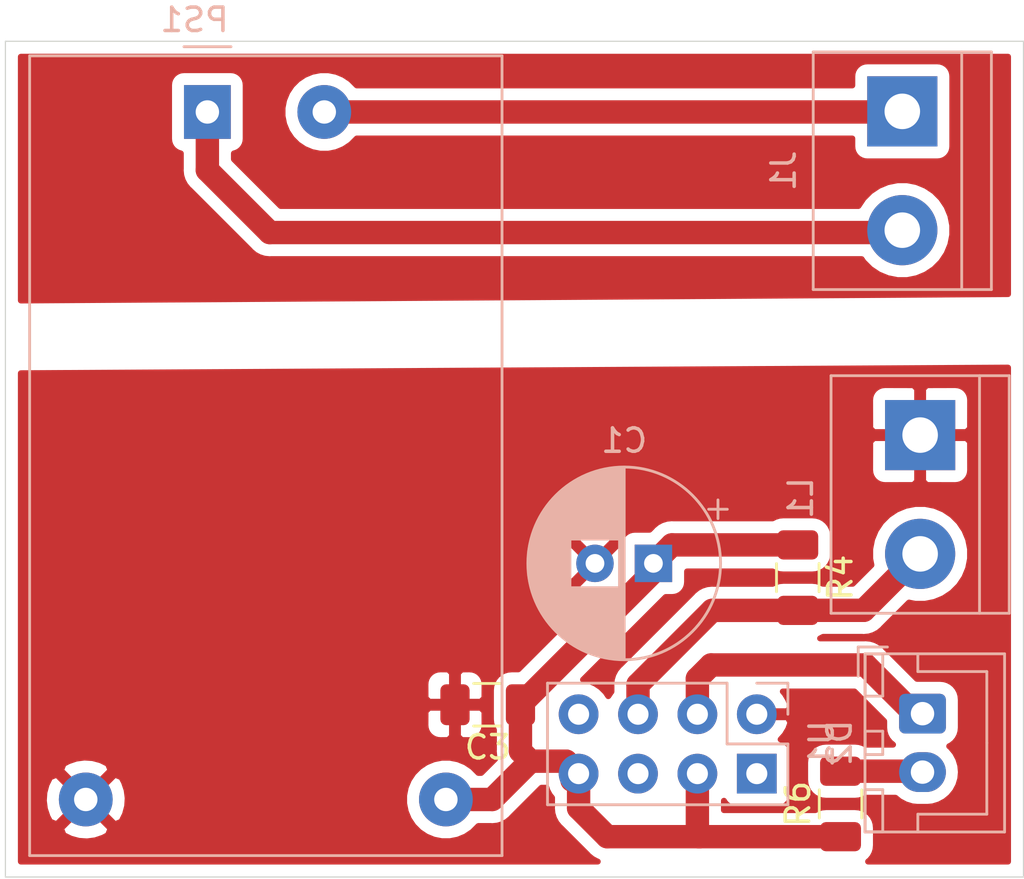
<source format=kicad_pcb>
(kicad_pcb (version 20171130) (host pcbnew "(5.1.6)-1")

  (general
    (thickness 1.6)
    (drawings 5)
    (tracks 41)
    (zones 0)
    (modules 9)
    (nets 11)
  )

  (page A4)
  (layers
    (0 F.Cu signal)
    (31 B.Cu signal)
    (32 B.Adhes user)
    (33 F.Adhes user)
    (34 B.Paste user)
    (35 F.Paste user)
    (36 B.SilkS user)
    (37 F.SilkS user hide)
    (38 B.Mask user)
    (39 F.Mask user)
    (40 Dwgs.User user)
    (41 Cmts.User user)
    (42 Eco1.User user)
    (43 Eco2.User user)
    (44 Edge.Cuts user)
    (45 Margin user)
    (46 B.CrtYd user)
    (47 F.CrtYd user)
    (48 B.Fab user hide)
    (49 F.Fab user hide)
  )

  (setup
    (last_trace_width 1)
    (user_trace_width 1)
    (trace_clearance 0.2)
    (zone_clearance 0.508)
    (zone_45_only no)
    (trace_min 0.2)
    (via_size 0.8)
    (via_drill 0.4)
    (via_min_size 0.4)
    (via_min_drill 0.3)
    (uvia_size 0.3)
    (uvia_drill 0.1)
    (uvias_allowed no)
    (uvia_min_size 0.2)
    (uvia_min_drill 0.1)
    (edge_width 0.05)
    (segment_width 0.2)
    (pcb_text_width 0.3)
    (pcb_text_size 1.5 1.5)
    (mod_edge_width 0.12)
    (mod_text_size 1 1)
    (mod_text_width 0.15)
    (pad_size 1.524 1.524)
    (pad_drill 0.762)
    (pad_to_mask_clearance 0.05)
    (aux_axis_origin 195.0212 69.342)
    (visible_elements 7FFFFFFF)
    (pcbplotparams
      (layerselection 0x01080_7fffffff)
      (usegerberextensions false)
      (usegerberattributes false)
      (usegerberadvancedattributes false)
      (creategerberjobfile true)
      (excludeedgelayer false)
      (linewidth 0.100000)
      (plotframeref false)
      (viasonmask false)
      (mode 1)
      (useauxorigin true)
      (hpglpennumber 1)
      (hpglpenspeed 20)
      (hpglpendiameter 15.000000)
      (psnegative false)
      (psa4output false)
      (plotreference false)
      (plotvalue false)
      (plotinvisibletext false)
      (padsonsilk false)
      (subtractmaskfromsilk true)
      (outputformat 1)
      (mirror false)
      (drillshape 0)
      (scaleselection 1)
      (outputdirectory "./"))
  )

  (net 0 "")
  (net 1 "Net-(U1-Pad8)")
  (net 2 GND)
  (net 3 "Net-(U1-Pad1)")
  (net 4 /TRIGGER)
  (net 5 "Net-(D2-Pad2)")
  (net 6 "Net-(J1-Pad1)")
  (net 7 "Net-(J1-Pad2)")
  (net 8 /NOTIFY)
  (net 9 /PWR_IN)
  (net 10 "Net-(U1-Pad5)")

  (net_class Default "This is the default net class."
    (clearance 0.2)
    (trace_width 0.25)
    (via_dia 0.8)
    (via_drill 0.4)
    (uvia_dia 0.3)
    (uvia_drill 0.1)
    (add_net /NOTIFY)
    (add_net /PWR_IN)
    (add_net /TRIGGER)
    (add_net GND)
    (add_net "Net-(D2-Pad2)")
    (add_net "Net-(J1-Pad1)")
    (add_net "Net-(J1-Pad2)")
    (add_net "Net-(U1-Pad1)")
    (add_net "Net-(U1-Pad5)")
    (add_net "Net-(U1-Pad8)")
  )

  (module Connector_PinSocket_2.54mm:PinSocket_2x04_P2.54mm_Vertical (layer B.Cu) (tedit 6041F8CE) (tstamp 60349E17)
    (at 227.3046 62.1792 90)
    (descr "Through hole straight socket strip, 2x04, 2.54mm pitch, double cols (from Kicad 4.0.7), script generated")
    (tags "Through hole socket strip THT 2x04 2.54mm double row")
    (path /60081E8C)
    (fp_text reference U1 (at -1.27 2.77 90) (layer B.SilkS)
      (effects (font (size 1 1) (thickness 0.15)) (justify mirror))
    )
    (fp_text value ESP-01v090 (at -1.27 -10.39 90) (layer B.Fab)
      (effects (font (size 1 1) (thickness 0.15)) (justify mirror))
    )
    (fp_line (start -4.34 -9.4) (end -4.34 1.8) (layer B.CrtYd) (width 0.05))
    (fp_line (start 1.76 -9.4) (end -4.34 -9.4) (layer B.CrtYd) (width 0.05))
    (fp_line (start 1.76 1.8) (end 1.76 -9.4) (layer B.CrtYd) (width 0.05))
    (fp_line (start -4.34 1.8) (end 1.76 1.8) (layer B.CrtYd) (width 0.05))
    (fp_line (start 0 1.33) (end 1.33 1.33) (layer B.SilkS) (width 0.12))
    (fp_line (start 1.33 1.33) (end 1.33 0) (layer B.SilkS) (width 0.12))
    (fp_line (start -1.27 1.33) (end -1.27 -1.27) (layer B.SilkS) (width 0.12))
    (fp_line (start -1.27 -1.27) (end 1.33 -1.27) (layer B.SilkS) (width 0.12))
    (fp_line (start 1.33 -1.27) (end 1.33 -8.95) (layer B.SilkS) (width 0.12))
    (fp_line (start -3.87 -8.95) (end 1.33 -8.95) (layer B.SilkS) (width 0.12))
    (fp_line (start -3.87 1.33) (end -3.87 -8.95) (layer B.SilkS) (width 0.12))
    (fp_line (start -3.87 1.33) (end -1.27 1.33) (layer B.SilkS) (width 0.12))
    (fp_line (start -3.81 -8.89) (end -3.81 1.27) (layer B.Fab) (width 0.1))
    (fp_line (start 1.27 -8.89) (end -3.81 -8.89) (layer B.Fab) (width 0.1))
    (fp_line (start 1.27 0.27) (end 1.27 -8.89) (layer B.Fab) (width 0.1))
    (fp_line (start 0.27 1.27) (end 1.27 0.27) (layer B.Fab) (width 0.1))
    (fp_line (start -3.81 1.27) (end 0.27 1.27) (layer B.Fab) (width 0.1))
    (fp_text user %R (at -1.27 -3.81) (layer B.Fab)
      (effects (font (size 1 1) (thickness 0.15)) (justify mirror))
    )
    (pad 8 thru_hole oval (at 0 -7.62 90) (size 1.7 1.7) (drill 0.9) (layers *.Cu *.Mask)
      (net 1 "Net-(U1-Pad8)"))
    (pad 7 thru_hole oval (at -2.54 -7.62 90) (size 1.7 1.7) (drill 0.9) (layers *.Cu *.Mask)
      (net 9 /PWR_IN))
    (pad 6 thru_hole oval (at 0 -5.08 90) (size 1.7 1.7) (drill 0.9) (layers *.Cu *.Mask)
      (net 4 /TRIGGER))
    (pad 5 thru_hole oval (at -2.54 -5.08 90) (size 1.7 1.7) (drill 0.9) (layers *.Cu *.Mask)
      (net 10 "Net-(U1-Pad5)"))
    (pad 4 thru_hole oval (at 0 -2.54 90) (size 1.7 1.7) (drill 0.9) (layers *.Cu *.Mask)
      (net 8 /NOTIFY))
    (pad 3 thru_hole oval (at -2.54 -2.54 90) (size 1.7 1.7) (drill 0.9) (layers *.Cu *.Mask)
      (net 9 /PWR_IN))
    (pad 2 thru_hole oval (at 0 0 90) (size 1.7 1.7) (drill 0.9) (layers *.Cu *.Mask)
      (net 2 GND))
    (pad 1 thru_hole rect (at -2.54 0 90) (size 1.7 1.7) (drill 0.9) (layers *.Cu *.Mask)
      (net 3 "Net-(U1-Pad1)"))
    (model ${KISYS3DMOD}/Connector_PinSocket_2.54mm.3dshapes/PinSocket_2x04_P2.54mm_Vertical.wrl
      (at (xyz 0 0 0))
      (scale (xyz 1 1 1))
      (rotate (xyz 0 0 0))
    )
  )

  (module TerminalBlock:TerminalBlock_bornier-2_P5.08mm (layer B.Cu) (tedit 59FF03AB) (tstamp 60349DA9)
    (at 233.5276 36.3982 270)
    (descr "simple 2-pin terminal block, pitch 5.08mm, revamped version of bornier2")
    (tags "terminal block bornier2")
    (path /6008A88C)
    (fp_text reference J1 (at 2.54 5.08 90) (layer B.SilkS)
      (effects (font (size 1 1) (thickness 0.15)) (justify mirror))
    )
    (fp_text value "AC IN" (at 2.54 -5.08 90) (layer B.Fab)
      (effects (font (size 1 1) (thickness 0.15)) (justify mirror))
    )
    (fp_line (start 7.79 -4) (end -2.71 -4) (layer B.CrtYd) (width 0.05))
    (fp_line (start 7.79 -4) (end 7.79 4) (layer B.CrtYd) (width 0.05))
    (fp_line (start -2.71 4) (end -2.71 -4) (layer B.CrtYd) (width 0.05))
    (fp_line (start -2.71 4) (end 7.79 4) (layer B.CrtYd) (width 0.05))
    (fp_line (start -2.54 -3.81) (end 7.62 -3.81) (layer B.SilkS) (width 0.12))
    (fp_line (start -2.54 3.81) (end -2.54 -3.81) (layer B.SilkS) (width 0.12))
    (fp_line (start 7.62 3.81) (end -2.54 3.81) (layer B.SilkS) (width 0.12))
    (fp_line (start 7.62 -3.81) (end 7.62 3.81) (layer B.SilkS) (width 0.12))
    (fp_line (start 7.62 -2.54) (end -2.54 -2.54) (layer B.SilkS) (width 0.12))
    (fp_line (start 7.54 3.75) (end -2.46 3.75) (layer B.Fab) (width 0.1))
    (fp_line (start 7.54 -3.75) (end 7.54 3.75) (layer B.Fab) (width 0.1))
    (fp_line (start -2.46 -3.75) (end 7.54 -3.75) (layer B.Fab) (width 0.1))
    (fp_line (start -2.46 3.75) (end -2.46 -3.75) (layer B.Fab) (width 0.1))
    (fp_line (start -2.41 -2.55) (end 7.49 -2.55) (layer B.Fab) (width 0.1))
    (fp_text user %R (at 2.54 0 90) (layer B.Fab)
      (effects (font (size 1 1) (thickness 0.15)) (justify mirror))
    )
    (pad 2 thru_hole circle (at 5.08 0 270) (size 3 3) (drill 1.52) (layers *.Cu *.Mask)
      (net 7 "Net-(J1-Pad2)"))
    (pad 1 thru_hole rect (at 0 0 270) (size 3 3) (drill 1.52) (layers *.Cu *.Mask)
      (net 6 "Net-(J1-Pad1)"))
    (model ${KISYS3DMOD}/TerminalBlock.3dshapes/TerminalBlock_bornier-2_P5.08mm.wrl
      (offset (xyz 2.539999961853027 0 0))
      (scale (xyz 1 1 1))
      (rotate (xyz 0 0 0))
    )
  )

  (module Resistor_SMD:R_1206_3216Metric (layer F.Cu) (tedit 5B301BBD) (tstamp 60349DF9)
    (at 230.886 66.0146 90)
    (descr "Resistor SMD 1206 (3216 Metric), square (rectangular) end terminal, IPC_7351 nominal, (Body size source: http://www.tortai-tech.com/upload/download/2011102023233369053.pdf), generated with kicad-footprint-generator")
    (tags resistor)
    (path /6015BBD3)
    (attr smd)
    (fp_text reference R6 (at 0 -1.82 90) (layer F.SilkS)
      (effects (font (size 1 1) (thickness 0.15)))
    )
    (fp_text value 220 (at 0 1.82 90) (layer F.Fab)
      (effects (font (size 1 1) (thickness 0.15)))
    )
    (fp_line (start 2.28 1.12) (end -2.28 1.12) (layer F.CrtYd) (width 0.05))
    (fp_line (start 2.28 -1.12) (end 2.28 1.12) (layer F.CrtYd) (width 0.05))
    (fp_line (start -2.28 -1.12) (end 2.28 -1.12) (layer F.CrtYd) (width 0.05))
    (fp_line (start -2.28 1.12) (end -2.28 -1.12) (layer F.CrtYd) (width 0.05))
    (fp_line (start -0.602064 0.91) (end 0.602064 0.91) (layer F.SilkS) (width 0.12))
    (fp_line (start -0.602064 -0.91) (end 0.602064 -0.91) (layer F.SilkS) (width 0.12))
    (fp_line (start 1.6 0.8) (end -1.6 0.8) (layer F.Fab) (width 0.1))
    (fp_line (start 1.6 -0.8) (end 1.6 0.8) (layer F.Fab) (width 0.1))
    (fp_line (start -1.6 -0.8) (end 1.6 -0.8) (layer F.Fab) (width 0.1))
    (fp_line (start -1.6 0.8) (end -1.6 -0.8) (layer F.Fab) (width 0.1))
    (fp_text user %R (at 0 0 90) (layer F.Fab)
      (effects (font (size 0.8 0.8) (thickness 0.12)))
    )
    (pad 2 smd roundrect (at 1.4 0 90) (size 1.25 1.75) (layers F.Cu F.Paste F.Mask) (roundrect_rratio 0.2)
      (net 5 "Net-(D2-Pad2)"))
    (pad 1 smd roundrect (at -1.4 0 90) (size 1.25 1.75) (layers F.Cu F.Paste F.Mask) (roundrect_rratio 0.2)
      (net 9 /PWR_IN))
    (model ${KISYS3DMOD}/Resistor_SMD.3dshapes/R_1206_3216Metric.wrl
      (at (xyz 0 0 0))
      (scale (xyz 1 1 1))
      (rotate (xyz 0 0 0))
    )
  )

  (module Resistor_SMD:R_1206_3216Metric (layer F.Cu) (tedit 5B301BBD) (tstamp 60349DE8)
    (at 229.0572 56.3372 270)
    (descr "Resistor SMD 1206 (3216 Metric), square (rectangular) end terminal, IPC_7351 nominal, (Body size source: http://www.tortai-tech.com/upload/download/2011102023233369053.pdf), generated with kicad-footprint-generator")
    (tags resistor)
    (path /60085D21)
    (attr smd)
    (fp_text reference R4 (at 0 -1.82 90) (layer F.SilkS)
      (effects (font (size 1 1) (thickness 0.15)))
    )
    (fp_text value 1k (at 0 1.82 90) (layer F.Fab)
      (effects (font (size 1 1) (thickness 0.15)))
    )
    (fp_line (start 2.28 1.12) (end -2.28 1.12) (layer F.CrtYd) (width 0.05))
    (fp_line (start 2.28 -1.12) (end 2.28 1.12) (layer F.CrtYd) (width 0.05))
    (fp_line (start -2.28 -1.12) (end 2.28 -1.12) (layer F.CrtYd) (width 0.05))
    (fp_line (start -2.28 1.12) (end -2.28 -1.12) (layer F.CrtYd) (width 0.05))
    (fp_line (start -0.602064 0.91) (end 0.602064 0.91) (layer F.SilkS) (width 0.12))
    (fp_line (start -0.602064 -0.91) (end 0.602064 -0.91) (layer F.SilkS) (width 0.12))
    (fp_line (start 1.6 0.8) (end -1.6 0.8) (layer F.Fab) (width 0.1))
    (fp_line (start 1.6 -0.8) (end 1.6 0.8) (layer F.Fab) (width 0.1))
    (fp_line (start -1.6 -0.8) (end 1.6 -0.8) (layer F.Fab) (width 0.1))
    (fp_line (start -1.6 0.8) (end -1.6 -0.8) (layer F.Fab) (width 0.1))
    (fp_text user %R (at 0 0 90) (layer F.Fab)
      (effects (font (size 0.8 0.8) (thickness 0.12)))
    )
    (pad 2 smd roundrect (at 1.4 0 270) (size 1.25 1.75) (layers F.Cu F.Paste F.Mask) (roundrect_rratio 0.2)
      (net 4 /TRIGGER))
    (pad 1 smd roundrect (at -1.4 0 270) (size 1.25 1.75) (layers F.Cu F.Paste F.Mask) (roundrect_rratio 0.2)
      (net 9 /PWR_IN))
    (model ${KISYS3DMOD}/Resistor_SMD.3dshapes/R_1206_3216Metric.wrl
      (at (xyz 0 0 0))
      (scale (xyz 1 1 1))
      (rotate (xyz 0 0 0))
    )
  )

  (module Converter_ACDC:Converter_ACDC_HiLink_HLK-PMxx (layer B.Cu) (tedit 5C1AC1CD) (tstamp 60349DD7)
    (at 203.8096 36.4236 270)
    (descr "ACDC-Converter, 3W, HiLink, HLK-PMxx, THT, http://www.hlktech.net/product_detail.php?ProId=54")
    (tags "ACDC-Converter 3W THT HiLink board mount module")
    (path /60349D41)
    (fp_text reference PS1 (at -3.94 0.55 180) (layer B.SilkS)
      (effects (font (size 1 1) (thickness 0.15)) (justify mirror))
    )
    (fp_text value HLK-PM01 (at 15.79 -13.85 90) (layer B.Fab)
      (effects (font (size 1 1) (thickness 0.15)) (justify mirror))
    )
    (fp_line (start -2.79 1) (end -2.79 -1.01) (layer B.SilkS) (width 0.12))
    (fp_line (start 31.8 7.6) (end -2.4 7.6) (layer B.SilkS) (width 0.12))
    (fp_line (start 31.8 -12.6) (end 31.8 7.6) (layer B.SilkS) (width 0.12))
    (fp_line (start -2.4 -12.6) (end 31.8 -12.6) (layer B.SilkS) (width 0.12))
    (fp_line (start -2.4 7.6) (end -2.4 -12.6) (layer B.SilkS) (width 0.12))
    (fp_line (start -2.55 7.75) (end -2.55 -12.75) (layer B.CrtYd) (width 0.05))
    (fp_line (start 31.95 7.75) (end -2.55 7.75) (layer B.CrtYd) (width 0.05))
    (fp_line (start 31.95 -12.75) (end 31.95 7.75) (layer B.CrtYd) (width 0.05))
    (fp_line (start -2.55 -12.75) (end 31.95 -12.75) (layer B.CrtYd) (width 0.05))
    (fp_line (start -2.3 1) (end -2.3 7.5) (layer B.Fab) (width 0.1))
    (fp_line (start -2.29 1) (end -1.29 0) (layer B.Fab) (width 0.1))
    (fp_line (start -1.29 0) (end -2.29 -1) (layer B.Fab) (width 0.1))
    (fp_line (start -2.3 7.5) (end 31.7 7.5) (layer B.Fab) (width 0.1))
    (fp_line (start -2.3 -12.5) (end -2.3 -0.99) (layer B.Fab) (width 0.1))
    (fp_line (start 31.7 -12.5) (end 31.7 7.5) (layer B.Fab) (width 0.1))
    (fp_line (start -2.3 -12.5) (end 31.7 -12.5) (layer B.Fab) (width 0.1))
    (fp_text user %R (at 14.68 -1.17 90) (layer B.Fab)
      (effects (font (size 1 1) (thickness 0.15)) (justify mirror))
    )
    (pad 4 thru_hole circle (at 29.4 -10.2 270) (size 2.3 2.3) (drill 1) (layers *.Cu *.Mask)
      (net 9 /PWR_IN))
    (pad 2 thru_hole circle (at 0 -5 270) (size 2.3 2.3) (drill 1) (layers *.Cu *.Mask)
      (net 6 "Net-(J1-Pad1)"))
    (pad 1 thru_hole rect (at 0 0 270) (size 2.3 2) (drill 1) (layers *.Cu *.Mask)
      (net 7 "Net-(J1-Pad2)"))
    (pad 3 thru_hole circle (at 29.4 5.2 270) (size 2.3 2.3) (drill 1) (layers *.Cu *.Mask)
      (net 2 GND))
    (model ${KISYS3DMOD}/Converter_ACDC.3dshapes/Converter_ACDC_HiLink_HLK-PMxx.wrl
      (at (xyz 0 0 0))
      (scale (xyz 1 1 1))
      (rotate (xyz 0 0 0))
    )
  )

  (module TerminalBlock:TerminalBlock_bornier-2_P5.08mm (layer B.Cu) (tedit 59FF03AB) (tstamp 60349DBE)
    (at 234.2896 50.2412 270)
    (descr "simple 2-pin terminal block, pitch 5.08mm, revamped version of bornier2")
    (tags "terminal block bornier2")
    (path /6008E751)
    (fp_text reference L1 (at 2.6924 5.1054 90) (layer B.SilkS)
      (effects (font (size 1 1) (thickness 0.15)) (justify mirror))
    )
    (fp_text value SwitchSignal (at 2.54 -5.08 90) (layer B.Fab)
      (effects (font (size 1 1) (thickness 0.15)) (justify mirror))
    )
    (fp_line (start 7.79 -4) (end -2.71 -4) (layer B.CrtYd) (width 0.05))
    (fp_line (start 7.79 -4) (end 7.79 4) (layer B.CrtYd) (width 0.05))
    (fp_line (start -2.71 4) (end -2.71 -4) (layer B.CrtYd) (width 0.05))
    (fp_line (start -2.71 4) (end 7.79 4) (layer B.CrtYd) (width 0.05))
    (fp_line (start -2.54 -3.81) (end 7.62 -3.81) (layer B.SilkS) (width 0.12))
    (fp_line (start -2.54 3.81) (end -2.54 -3.81) (layer B.SilkS) (width 0.12))
    (fp_line (start 7.62 3.81) (end -2.54 3.81) (layer B.SilkS) (width 0.12))
    (fp_line (start 7.62 -3.81) (end 7.62 3.81) (layer B.SilkS) (width 0.12))
    (fp_line (start 7.62 -2.54) (end -2.54 -2.54) (layer B.SilkS) (width 0.12))
    (fp_line (start 7.54 3.75) (end -2.46 3.75) (layer B.Fab) (width 0.1))
    (fp_line (start 7.54 -3.75) (end 7.54 3.75) (layer B.Fab) (width 0.1))
    (fp_line (start -2.46 -3.75) (end 7.54 -3.75) (layer B.Fab) (width 0.1))
    (fp_line (start -2.46 3.75) (end -2.46 -3.75) (layer B.Fab) (width 0.1))
    (fp_line (start -2.41 -2.55) (end 7.49 -2.55) (layer B.Fab) (width 0.1))
    (fp_text user %R (at 2.54 0 90) (layer B.Fab)
      (effects (font (size 1 1) (thickness 0.15)) (justify mirror))
    )
    (pad 2 thru_hole circle (at 5.08 0 270) (size 3 3) (drill 1.52) (layers *.Cu *.Mask)
      (net 4 /TRIGGER))
    (pad 1 thru_hole rect (at 0 0 270) (size 3 3) (drill 1.52) (layers *.Cu *.Mask)
      (net 2 GND))
    (model ${KISYS3DMOD}/TerminalBlock.3dshapes/TerminalBlock_bornier-2_P5.08mm.wrl
      (offset (xyz 2.539999961853027 0 0))
      (scale (xyz 1 1 1))
      (rotate (xyz 0 0 0))
    )
  )

  (module Connector_JST:JST_XH_B2B-XH-A_1x02_P2.50mm_Vertical (layer B.Cu) (tedit 5C28146C) (tstamp 60349D80)
    (at 234.3912 62.1538 270)
    (descr "JST XH series connector, B2B-XH-A (http://www.jst-mfg.com/product/pdf/eng/eXH.pdf), generated with kicad-footprint-generator")
    (tags "connector JST XH vertical")
    (path /601597AC)
    (fp_text reference D2 (at 1.25 3.55 90) (layer B.SilkS)
      (effects (font (size 1 1) (thickness 0.15)) (justify mirror))
    )
    (fp_text value LED (at 1.25 -4.6 90) (layer B.Fab)
      (effects (font (size 1 1) (thickness 0.15)) (justify mirror))
    )
    (fp_line (start -2.85 2.75) (end -2.85 1.5) (layer B.SilkS) (width 0.12))
    (fp_line (start -1.6 2.75) (end -2.85 2.75) (layer B.SilkS) (width 0.12))
    (fp_line (start 4.3 -2.75) (end 1.25 -2.75) (layer B.SilkS) (width 0.12))
    (fp_line (start 4.3 0.2) (end 4.3 -2.75) (layer B.SilkS) (width 0.12))
    (fp_line (start 5.05 0.2) (end 4.3 0.2) (layer B.SilkS) (width 0.12))
    (fp_line (start -1.8 -2.75) (end 1.25 -2.75) (layer B.SilkS) (width 0.12))
    (fp_line (start -1.8 0.2) (end -1.8 -2.75) (layer B.SilkS) (width 0.12))
    (fp_line (start -2.55 0.2) (end -1.8 0.2) (layer B.SilkS) (width 0.12))
    (fp_line (start 5.05 2.45) (end 3.25 2.45) (layer B.SilkS) (width 0.12))
    (fp_line (start 5.05 1.7) (end 5.05 2.45) (layer B.SilkS) (width 0.12))
    (fp_line (start 3.25 1.7) (end 5.05 1.7) (layer B.SilkS) (width 0.12))
    (fp_line (start 3.25 2.45) (end 3.25 1.7) (layer B.SilkS) (width 0.12))
    (fp_line (start -0.75 2.45) (end -2.55 2.45) (layer B.SilkS) (width 0.12))
    (fp_line (start -0.75 1.7) (end -0.75 2.45) (layer B.SilkS) (width 0.12))
    (fp_line (start -2.55 1.7) (end -0.75 1.7) (layer B.SilkS) (width 0.12))
    (fp_line (start -2.55 2.45) (end -2.55 1.7) (layer B.SilkS) (width 0.12))
    (fp_line (start 1.75 2.45) (end 0.75 2.45) (layer B.SilkS) (width 0.12))
    (fp_line (start 1.75 1.7) (end 1.75 2.45) (layer B.SilkS) (width 0.12))
    (fp_line (start 0.75 1.7) (end 1.75 1.7) (layer B.SilkS) (width 0.12))
    (fp_line (start 0.75 2.45) (end 0.75 1.7) (layer B.SilkS) (width 0.12))
    (fp_line (start 0 1.35) (end 0.625 2.35) (layer B.Fab) (width 0.1))
    (fp_line (start -0.625 2.35) (end 0 1.35) (layer B.Fab) (width 0.1))
    (fp_line (start 5.45 2.85) (end -2.95 2.85) (layer B.CrtYd) (width 0.05))
    (fp_line (start 5.45 -3.9) (end 5.45 2.85) (layer B.CrtYd) (width 0.05))
    (fp_line (start -2.95 -3.9) (end 5.45 -3.9) (layer B.CrtYd) (width 0.05))
    (fp_line (start -2.95 2.85) (end -2.95 -3.9) (layer B.CrtYd) (width 0.05))
    (fp_line (start 5.06 2.46) (end -2.56 2.46) (layer B.SilkS) (width 0.12))
    (fp_line (start 5.06 -3.51) (end 5.06 2.46) (layer B.SilkS) (width 0.12))
    (fp_line (start -2.56 -3.51) (end 5.06 -3.51) (layer B.SilkS) (width 0.12))
    (fp_line (start -2.56 2.46) (end -2.56 -3.51) (layer B.SilkS) (width 0.12))
    (fp_line (start 4.95 2.35) (end -2.45 2.35) (layer B.Fab) (width 0.1))
    (fp_line (start 4.95 -3.4) (end 4.95 2.35) (layer B.Fab) (width 0.1))
    (fp_line (start -2.45 -3.4) (end 4.95 -3.4) (layer B.Fab) (width 0.1))
    (fp_line (start -2.45 2.35) (end -2.45 -3.4) (layer B.Fab) (width 0.1))
    (fp_text user %R (at 1.25 -2.7 90) (layer B.Fab)
      (effects (font (size 1 1) (thickness 0.15)) (justify mirror))
    )
    (pad 2 thru_hole oval (at 2.5 0 270) (size 1.7 2) (drill 1) (layers *.Cu *.Mask)
      (net 5 "Net-(D2-Pad2)"))
    (pad 1 thru_hole roundrect (at 0 0 270) (size 1.7 2) (drill 1) (layers *.Cu *.Mask) (roundrect_rratio 0.147059)
      (net 8 /NOTIFY))
    (model ${KISYS3DMOD}/Connector_JST.3dshapes/JST_XH_B2B-XH-A_1x02_P2.50mm_Vertical.wrl
      (at (xyz 0 0 0))
      (scale (xyz 1 1 1))
      (rotate (xyz 0 0 0))
    )
  )

  (module Capacitor_SMD:C_1206_3216Metric (layer F.Cu) (tedit 5B301BBE) (tstamp 60349D57)
    (at 215.7984 61.7728 180)
    (descr "Capacitor SMD 1206 (3216 Metric), square (rectangular) end terminal, IPC_7351 nominal, (Body size source: http://www.tortai-tech.com/upload/download/2011102023233369053.pdf), generated with kicad-footprint-generator")
    (tags capacitor)
    (path /603902B0)
    (attr smd)
    (fp_text reference C3 (at 0 -1.82) (layer F.SilkS)
      (effects (font (size 1 1) (thickness 0.15)))
    )
    (fp_text value 100nf (at 0 1.82) (layer F.Fab)
      (effects (font (size 1 1) (thickness 0.15)))
    )
    (fp_line (start 2.28 1.12) (end -2.28 1.12) (layer F.CrtYd) (width 0.05))
    (fp_line (start 2.28 -1.12) (end 2.28 1.12) (layer F.CrtYd) (width 0.05))
    (fp_line (start -2.28 -1.12) (end 2.28 -1.12) (layer F.CrtYd) (width 0.05))
    (fp_line (start -2.28 1.12) (end -2.28 -1.12) (layer F.CrtYd) (width 0.05))
    (fp_line (start -0.602064 0.91) (end 0.602064 0.91) (layer F.SilkS) (width 0.12))
    (fp_line (start -0.602064 -0.91) (end 0.602064 -0.91) (layer F.SilkS) (width 0.12))
    (fp_line (start 1.6 0.8) (end -1.6 0.8) (layer F.Fab) (width 0.1))
    (fp_line (start 1.6 -0.8) (end 1.6 0.8) (layer F.Fab) (width 0.1))
    (fp_line (start -1.6 -0.8) (end 1.6 -0.8) (layer F.Fab) (width 0.1))
    (fp_line (start -1.6 0.8) (end -1.6 -0.8) (layer F.Fab) (width 0.1))
    (fp_text user %R (at 0 0) (layer F.Fab)
      (effects (font (size 0.8 0.8) (thickness 0.12)))
    )
    (pad 2 smd roundrect (at 1.4 0 180) (size 1.25 1.75) (layers F.Cu F.Paste F.Mask) (roundrect_rratio 0.2)
      (net 2 GND))
    (pad 1 smd roundrect (at -1.4 0 180) (size 1.25 1.75) (layers F.Cu F.Paste F.Mask) (roundrect_rratio 0.2)
      (net 9 /PWR_IN))
    (model ${KISYS3DMOD}/Capacitor_SMD.3dshapes/C_1206_3216Metric.wrl
      (at (xyz 0 0 0))
      (scale (xyz 1 1 1))
      (rotate (xyz 0 0 0))
    )
  )

  (module Capacitor_THT:CP_Radial_D8.0mm_P2.50mm (layer B.Cu) (tedit 5AE50EF0) (tstamp 60349D35)
    (at 222.885 55.7276 180)
    (descr "CP, Radial series, Radial, pin pitch=2.50mm, , diameter=8mm, Electrolytic Capacitor")
    (tags "CP Radial series Radial pin pitch 2.50mm  diameter 8mm Electrolytic Capacitor")
    (path /600D58AD)
    (fp_text reference C1 (at 1.25 5.25 180) (layer B.SilkS)
      (effects (font (size 1 1) (thickness 0.15)) (justify mirror))
    )
    (fp_text value 100uf (at 1.25 -5.25 180) (layer B.Fab)
      (effects (font (size 1 1) (thickness 0.15)) (justify mirror))
    )
    (fp_text user %R (at 1.25 0 180) (layer B.Fab)
      (effects (font (size 1 1) (thickness 0.15)) (justify mirror))
    )
    (fp_line (start -2.759698 2.715) (end -2.759698 1.915) (layer B.SilkS) (width 0.12))
    (fp_line (start -3.159698 2.315) (end -2.359698 2.315) (layer B.SilkS) (width 0.12))
    (fp_line (start 5.331 0.533) (end 5.331 -0.533) (layer B.SilkS) (width 0.12))
    (fp_line (start 5.291 0.768) (end 5.291 -0.768) (layer B.SilkS) (width 0.12))
    (fp_line (start 5.251 0.948) (end 5.251 -0.948) (layer B.SilkS) (width 0.12))
    (fp_line (start 5.211 1.098) (end 5.211 -1.098) (layer B.SilkS) (width 0.12))
    (fp_line (start 5.171 1.229) (end 5.171 -1.229) (layer B.SilkS) (width 0.12))
    (fp_line (start 5.131 1.346) (end 5.131 -1.346) (layer B.SilkS) (width 0.12))
    (fp_line (start 5.091 1.453) (end 5.091 -1.453) (layer B.SilkS) (width 0.12))
    (fp_line (start 5.051 1.552) (end 5.051 -1.552) (layer B.SilkS) (width 0.12))
    (fp_line (start 5.011 1.645) (end 5.011 -1.645) (layer B.SilkS) (width 0.12))
    (fp_line (start 4.971 1.731) (end 4.971 -1.731) (layer B.SilkS) (width 0.12))
    (fp_line (start 4.931 1.813) (end 4.931 -1.813) (layer B.SilkS) (width 0.12))
    (fp_line (start 4.891 1.89) (end 4.891 -1.89) (layer B.SilkS) (width 0.12))
    (fp_line (start 4.851 1.964) (end 4.851 -1.964) (layer B.SilkS) (width 0.12))
    (fp_line (start 4.811 2.034) (end 4.811 -2.034) (layer B.SilkS) (width 0.12))
    (fp_line (start 4.771 2.102) (end 4.771 -2.102) (layer B.SilkS) (width 0.12))
    (fp_line (start 4.731 2.166) (end 4.731 -2.166) (layer B.SilkS) (width 0.12))
    (fp_line (start 4.691 2.228) (end 4.691 -2.228) (layer B.SilkS) (width 0.12))
    (fp_line (start 4.651 2.287) (end 4.651 -2.287) (layer B.SilkS) (width 0.12))
    (fp_line (start 4.611 2.345) (end 4.611 -2.345) (layer B.SilkS) (width 0.12))
    (fp_line (start 4.571 2.4) (end 4.571 -2.4) (layer B.SilkS) (width 0.12))
    (fp_line (start 4.531 2.454) (end 4.531 -2.454) (layer B.SilkS) (width 0.12))
    (fp_line (start 4.491 2.505) (end 4.491 -2.505) (layer B.SilkS) (width 0.12))
    (fp_line (start 4.451 2.556) (end 4.451 -2.556) (layer B.SilkS) (width 0.12))
    (fp_line (start 4.411 2.604) (end 4.411 -2.604) (layer B.SilkS) (width 0.12))
    (fp_line (start 4.371 2.651) (end 4.371 -2.651) (layer B.SilkS) (width 0.12))
    (fp_line (start 4.331 2.697) (end 4.331 -2.697) (layer B.SilkS) (width 0.12))
    (fp_line (start 4.291 2.741) (end 4.291 -2.741) (layer B.SilkS) (width 0.12))
    (fp_line (start 4.251 2.784) (end 4.251 -2.784) (layer B.SilkS) (width 0.12))
    (fp_line (start 4.211 2.826) (end 4.211 -2.826) (layer B.SilkS) (width 0.12))
    (fp_line (start 4.171 2.867) (end 4.171 -2.867) (layer B.SilkS) (width 0.12))
    (fp_line (start 4.131 2.907) (end 4.131 -2.907) (layer B.SilkS) (width 0.12))
    (fp_line (start 4.091 2.945) (end 4.091 -2.945) (layer B.SilkS) (width 0.12))
    (fp_line (start 4.051 2.983) (end 4.051 -2.983) (layer B.SilkS) (width 0.12))
    (fp_line (start 4.011 3.019) (end 4.011 -3.019) (layer B.SilkS) (width 0.12))
    (fp_line (start 3.971 3.055) (end 3.971 -3.055) (layer B.SilkS) (width 0.12))
    (fp_line (start 3.931 3.09) (end 3.931 -3.09) (layer B.SilkS) (width 0.12))
    (fp_line (start 3.891 3.124) (end 3.891 -3.124) (layer B.SilkS) (width 0.12))
    (fp_line (start 3.851 3.156) (end 3.851 -3.156) (layer B.SilkS) (width 0.12))
    (fp_line (start 3.811 3.189) (end 3.811 -3.189) (layer B.SilkS) (width 0.12))
    (fp_line (start 3.771 3.22) (end 3.771 -3.22) (layer B.SilkS) (width 0.12))
    (fp_line (start 3.731 3.25) (end 3.731 -3.25) (layer B.SilkS) (width 0.12))
    (fp_line (start 3.691 3.28) (end 3.691 -3.28) (layer B.SilkS) (width 0.12))
    (fp_line (start 3.651 3.309) (end 3.651 -3.309) (layer B.SilkS) (width 0.12))
    (fp_line (start 3.611 3.338) (end 3.611 -3.338) (layer B.SilkS) (width 0.12))
    (fp_line (start 3.571 3.365) (end 3.571 -3.365) (layer B.SilkS) (width 0.12))
    (fp_line (start 3.531 -1.04) (end 3.531 -3.392) (layer B.SilkS) (width 0.12))
    (fp_line (start 3.531 3.392) (end 3.531 1.04) (layer B.SilkS) (width 0.12))
    (fp_line (start 3.491 -1.04) (end 3.491 -3.418) (layer B.SilkS) (width 0.12))
    (fp_line (start 3.491 3.418) (end 3.491 1.04) (layer B.SilkS) (width 0.12))
    (fp_line (start 3.451 -1.04) (end 3.451 -3.444) (layer B.SilkS) (width 0.12))
    (fp_line (start 3.451 3.444) (end 3.451 1.04) (layer B.SilkS) (width 0.12))
    (fp_line (start 3.411 -1.04) (end 3.411 -3.469) (layer B.SilkS) (width 0.12))
    (fp_line (start 3.411 3.469) (end 3.411 1.04) (layer B.SilkS) (width 0.12))
    (fp_line (start 3.371 -1.04) (end 3.371 -3.493) (layer B.SilkS) (width 0.12))
    (fp_line (start 3.371 3.493) (end 3.371 1.04) (layer B.SilkS) (width 0.12))
    (fp_line (start 3.331 -1.04) (end 3.331 -3.517) (layer B.SilkS) (width 0.12))
    (fp_line (start 3.331 3.517) (end 3.331 1.04) (layer B.SilkS) (width 0.12))
    (fp_line (start 3.291 -1.04) (end 3.291 -3.54) (layer B.SilkS) (width 0.12))
    (fp_line (start 3.291 3.54) (end 3.291 1.04) (layer B.SilkS) (width 0.12))
    (fp_line (start 3.251 -1.04) (end 3.251 -3.562) (layer B.SilkS) (width 0.12))
    (fp_line (start 3.251 3.562) (end 3.251 1.04) (layer B.SilkS) (width 0.12))
    (fp_line (start 3.211 -1.04) (end 3.211 -3.584) (layer B.SilkS) (width 0.12))
    (fp_line (start 3.211 3.584) (end 3.211 1.04) (layer B.SilkS) (width 0.12))
    (fp_line (start 3.171 -1.04) (end 3.171 -3.606) (layer B.SilkS) (width 0.12))
    (fp_line (start 3.171 3.606) (end 3.171 1.04) (layer B.SilkS) (width 0.12))
    (fp_line (start 3.131 -1.04) (end 3.131 -3.627) (layer B.SilkS) (width 0.12))
    (fp_line (start 3.131 3.627) (end 3.131 1.04) (layer B.SilkS) (width 0.12))
    (fp_line (start 3.091 -1.04) (end 3.091 -3.647) (layer B.SilkS) (width 0.12))
    (fp_line (start 3.091 3.647) (end 3.091 1.04) (layer B.SilkS) (width 0.12))
    (fp_line (start 3.051 -1.04) (end 3.051 -3.666) (layer B.SilkS) (width 0.12))
    (fp_line (start 3.051 3.666) (end 3.051 1.04) (layer B.SilkS) (width 0.12))
    (fp_line (start 3.011 -1.04) (end 3.011 -3.686) (layer B.SilkS) (width 0.12))
    (fp_line (start 3.011 3.686) (end 3.011 1.04) (layer B.SilkS) (width 0.12))
    (fp_line (start 2.971 -1.04) (end 2.971 -3.704) (layer B.SilkS) (width 0.12))
    (fp_line (start 2.971 3.704) (end 2.971 1.04) (layer B.SilkS) (width 0.12))
    (fp_line (start 2.931 -1.04) (end 2.931 -3.722) (layer B.SilkS) (width 0.12))
    (fp_line (start 2.931 3.722) (end 2.931 1.04) (layer B.SilkS) (width 0.12))
    (fp_line (start 2.891 -1.04) (end 2.891 -3.74) (layer B.SilkS) (width 0.12))
    (fp_line (start 2.891 3.74) (end 2.891 1.04) (layer B.SilkS) (width 0.12))
    (fp_line (start 2.851 -1.04) (end 2.851 -3.757) (layer B.SilkS) (width 0.12))
    (fp_line (start 2.851 3.757) (end 2.851 1.04) (layer B.SilkS) (width 0.12))
    (fp_line (start 2.811 -1.04) (end 2.811 -3.774) (layer B.SilkS) (width 0.12))
    (fp_line (start 2.811 3.774) (end 2.811 1.04) (layer B.SilkS) (width 0.12))
    (fp_line (start 2.771 -1.04) (end 2.771 -3.79) (layer B.SilkS) (width 0.12))
    (fp_line (start 2.771 3.79) (end 2.771 1.04) (layer B.SilkS) (width 0.12))
    (fp_line (start 2.731 -1.04) (end 2.731 -3.805) (layer B.SilkS) (width 0.12))
    (fp_line (start 2.731 3.805) (end 2.731 1.04) (layer B.SilkS) (width 0.12))
    (fp_line (start 2.691 -1.04) (end 2.691 -3.821) (layer B.SilkS) (width 0.12))
    (fp_line (start 2.691 3.821) (end 2.691 1.04) (layer B.SilkS) (width 0.12))
    (fp_line (start 2.651 -1.04) (end 2.651 -3.835) (layer B.SilkS) (width 0.12))
    (fp_line (start 2.651 3.835) (end 2.651 1.04) (layer B.SilkS) (width 0.12))
    (fp_line (start 2.611 -1.04) (end 2.611 -3.85) (layer B.SilkS) (width 0.12))
    (fp_line (start 2.611 3.85) (end 2.611 1.04) (layer B.SilkS) (width 0.12))
    (fp_line (start 2.571 -1.04) (end 2.571 -3.863) (layer B.SilkS) (width 0.12))
    (fp_line (start 2.571 3.863) (end 2.571 1.04) (layer B.SilkS) (width 0.12))
    (fp_line (start 2.531 -1.04) (end 2.531 -3.877) (layer B.SilkS) (width 0.12))
    (fp_line (start 2.531 3.877) (end 2.531 1.04) (layer B.SilkS) (width 0.12))
    (fp_line (start 2.491 -1.04) (end 2.491 -3.889) (layer B.SilkS) (width 0.12))
    (fp_line (start 2.491 3.889) (end 2.491 1.04) (layer B.SilkS) (width 0.12))
    (fp_line (start 2.451 -1.04) (end 2.451 -3.902) (layer B.SilkS) (width 0.12))
    (fp_line (start 2.451 3.902) (end 2.451 1.04) (layer B.SilkS) (width 0.12))
    (fp_line (start 2.411 -1.04) (end 2.411 -3.914) (layer B.SilkS) (width 0.12))
    (fp_line (start 2.411 3.914) (end 2.411 1.04) (layer B.SilkS) (width 0.12))
    (fp_line (start 2.371 -1.04) (end 2.371 -3.925) (layer B.SilkS) (width 0.12))
    (fp_line (start 2.371 3.925) (end 2.371 1.04) (layer B.SilkS) (width 0.12))
    (fp_line (start 2.331 -1.04) (end 2.331 -3.936) (layer B.SilkS) (width 0.12))
    (fp_line (start 2.331 3.936) (end 2.331 1.04) (layer B.SilkS) (width 0.12))
    (fp_line (start 2.291 -1.04) (end 2.291 -3.947) (layer B.SilkS) (width 0.12))
    (fp_line (start 2.291 3.947) (end 2.291 1.04) (layer B.SilkS) (width 0.12))
    (fp_line (start 2.251 -1.04) (end 2.251 -3.957) (layer B.SilkS) (width 0.12))
    (fp_line (start 2.251 3.957) (end 2.251 1.04) (layer B.SilkS) (width 0.12))
    (fp_line (start 2.211 -1.04) (end 2.211 -3.967) (layer B.SilkS) (width 0.12))
    (fp_line (start 2.211 3.967) (end 2.211 1.04) (layer B.SilkS) (width 0.12))
    (fp_line (start 2.171 -1.04) (end 2.171 -3.976) (layer B.SilkS) (width 0.12))
    (fp_line (start 2.171 3.976) (end 2.171 1.04) (layer B.SilkS) (width 0.12))
    (fp_line (start 2.131 -1.04) (end 2.131 -3.985) (layer B.SilkS) (width 0.12))
    (fp_line (start 2.131 3.985) (end 2.131 1.04) (layer B.SilkS) (width 0.12))
    (fp_line (start 2.091 -1.04) (end 2.091 -3.994) (layer B.SilkS) (width 0.12))
    (fp_line (start 2.091 3.994) (end 2.091 1.04) (layer B.SilkS) (width 0.12))
    (fp_line (start 2.051 -1.04) (end 2.051 -4.002) (layer B.SilkS) (width 0.12))
    (fp_line (start 2.051 4.002) (end 2.051 1.04) (layer B.SilkS) (width 0.12))
    (fp_line (start 2.011 -1.04) (end 2.011 -4.01) (layer B.SilkS) (width 0.12))
    (fp_line (start 2.011 4.01) (end 2.011 1.04) (layer B.SilkS) (width 0.12))
    (fp_line (start 1.971 -1.04) (end 1.971 -4.017) (layer B.SilkS) (width 0.12))
    (fp_line (start 1.971 4.017) (end 1.971 1.04) (layer B.SilkS) (width 0.12))
    (fp_line (start 1.93 -1.04) (end 1.93 -4.024) (layer B.SilkS) (width 0.12))
    (fp_line (start 1.93 4.024) (end 1.93 1.04) (layer B.SilkS) (width 0.12))
    (fp_line (start 1.89 -1.04) (end 1.89 -4.03) (layer B.SilkS) (width 0.12))
    (fp_line (start 1.89 4.03) (end 1.89 1.04) (layer B.SilkS) (width 0.12))
    (fp_line (start 1.85 -1.04) (end 1.85 -4.037) (layer B.SilkS) (width 0.12))
    (fp_line (start 1.85 4.037) (end 1.85 1.04) (layer B.SilkS) (width 0.12))
    (fp_line (start 1.81 -1.04) (end 1.81 -4.042) (layer B.SilkS) (width 0.12))
    (fp_line (start 1.81 4.042) (end 1.81 1.04) (layer B.SilkS) (width 0.12))
    (fp_line (start 1.77 -1.04) (end 1.77 -4.048) (layer B.SilkS) (width 0.12))
    (fp_line (start 1.77 4.048) (end 1.77 1.04) (layer B.SilkS) (width 0.12))
    (fp_line (start 1.73 -1.04) (end 1.73 -4.052) (layer B.SilkS) (width 0.12))
    (fp_line (start 1.73 4.052) (end 1.73 1.04) (layer B.SilkS) (width 0.12))
    (fp_line (start 1.69 -1.04) (end 1.69 -4.057) (layer B.SilkS) (width 0.12))
    (fp_line (start 1.69 4.057) (end 1.69 1.04) (layer B.SilkS) (width 0.12))
    (fp_line (start 1.65 -1.04) (end 1.65 -4.061) (layer B.SilkS) (width 0.12))
    (fp_line (start 1.65 4.061) (end 1.65 1.04) (layer B.SilkS) (width 0.12))
    (fp_line (start 1.61 -1.04) (end 1.61 -4.065) (layer B.SilkS) (width 0.12))
    (fp_line (start 1.61 4.065) (end 1.61 1.04) (layer B.SilkS) (width 0.12))
    (fp_line (start 1.57 -1.04) (end 1.57 -4.068) (layer B.SilkS) (width 0.12))
    (fp_line (start 1.57 4.068) (end 1.57 1.04) (layer B.SilkS) (width 0.12))
    (fp_line (start 1.53 -1.04) (end 1.53 -4.071) (layer B.SilkS) (width 0.12))
    (fp_line (start 1.53 4.071) (end 1.53 1.04) (layer B.SilkS) (width 0.12))
    (fp_line (start 1.49 -1.04) (end 1.49 -4.074) (layer B.SilkS) (width 0.12))
    (fp_line (start 1.49 4.074) (end 1.49 1.04) (layer B.SilkS) (width 0.12))
    (fp_line (start 1.45 4.076) (end 1.45 -4.076) (layer B.SilkS) (width 0.12))
    (fp_line (start 1.41 4.077) (end 1.41 -4.077) (layer B.SilkS) (width 0.12))
    (fp_line (start 1.37 4.079) (end 1.37 -4.079) (layer B.SilkS) (width 0.12))
    (fp_line (start 1.33 4.08) (end 1.33 -4.08) (layer B.SilkS) (width 0.12))
    (fp_line (start 1.29 4.08) (end 1.29 -4.08) (layer B.SilkS) (width 0.12))
    (fp_line (start 1.25 4.08) (end 1.25 -4.08) (layer B.SilkS) (width 0.12))
    (fp_line (start -1.776759 2.1475) (end -1.776759 1.3475) (layer B.Fab) (width 0.1))
    (fp_line (start -2.176759 1.7475) (end -1.376759 1.7475) (layer B.Fab) (width 0.1))
    (fp_circle (center 1.25 0) (end 5.5 0) (layer B.CrtYd) (width 0.05))
    (fp_circle (center 1.25 0) (end 5.37 0) (layer B.SilkS) (width 0.12))
    (fp_circle (center 1.25 0) (end 5.25 0) (layer B.Fab) (width 0.1))
    (pad 2 thru_hole circle (at 2.5 0 180) (size 1.6 1.6) (drill 0.8) (layers *.Cu *.Mask)
      (net 2 GND))
    (pad 1 thru_hole rect (at 0 0 180) (size 1.6 1.6) (drill 0.8) (layers *.Cu *.Mask)
      (net 9 /PWR_IN))
    (model ${KISYS3DMOD}/Capacitor_THT.3dshapes/CP_Radial_D8.0mm_P2.50mm.wrl
      (at (xyz 0 0 0))
      (scale (xyz 1 1 1))
      (rotate (xyz 0 0 0))
    )
  )

  (gr_line (start 238.7092 33.401) (end 238.7092 69.1388) (layer Edge.Cuts) (width 0.05))
  (gr_line (start 238.7092 33.401) (end 195.1736 33.401) (layer Edge.Cuts) (width 0.05))
  (gr_line (start 195.1736 69.1388) (end 195.1736 33.401) (layer Edge.Cuts) (width 0.05))
  (gr_line (start 238.7092 69.1388) (end 195.1736 69.1388) (layer Edge.Cuts) (width 0.05))
  (gr_line (start 216.4842 65.9892) (end 216.4842 65.9638) (layer Dwgs.User) (width 0.15))

  (segment (start 234.2896 55.3212) (end 231.8766 57.7342) (width 1) (layer F.Cu) (net 4))
  (segment (start 229.0602 57.7342) (end 229.0572 57.7372) (width 1) (layer F.Cu) (net 4))
  (segment (start 231.8766 57.7342) (end 229.0602 57.7342) (width 1) (layer F.Cu) (net 4))
  (segment (start 229.0572 57.7372) (end 225.3966 57.7372) (width 1) (layer F.Cu) (net 4))
  (segment (start 225.3966 57.7372) (end 222.2246 60.9092) (width 1) (layer F.Cu) (net 4))
  (segment (start 222.126 62.0806) (end 222.2246 62.1792) (width 1) (layer F.Cu) (net 4))
  (segment (start 222.2246 60.9092) (end 222.2246 62.1792) (width 1) (layer F.Cu) (net 4))
  (segment (start 234.352 64.6146) (end 234.3912 64.6538) (width 1) (layer F.Cu) (net 5))
  (segment (start 230.886 64.6146) (end 234.352 64.6146) (width 1) (layer F.Cu) (net 5))
  (segment (start 213.996 65.8372) (end 214.0096 65.8236) (width 1) (layer F.Cu) (net 9))
  (segment (start 213.9964 65.8368) (end 214.0096 65.8236) (width 1) (layer F.Cu) (net 9))
  (segment (start 233.5022 36.4236) (end 233.5276 36.3982) (width 1) (layer F.Cu) (net 6))
  (segment (start 208.8096 36.4236) (end 233.5022 36.4236) (width 1) (layer F.Cu) (net 6))
  (segment (start 203.8096 36.4236) (end 203.8096 38.9128) (width 1) (layer F.Cu) (net 7))
  (segment (start 203.8096 38.9128) (end 206.4766 41.5798) (width 1) (layer F.Cu) (net 7))
  (segment (start 233.426 41.5798) (end 233.5276 41.4782) (width 1) (layer F.Cu) (net 7))
  (segment (start 206.4766 41.5798) (end 233.426 41.5798) (width 1) (layer F.Cu) (net 7))
  (segment (start 224.7646 62.1792) (end 224.7646 60.6552) (width 1) (layer F.Cu) (net 8))
  (segment (start 224.7646 60.6552) (end 225.3488 60.071) (width 1) (layer F.Cu) (net 8))
  (segment (start 231.9528 60.071) (end 233.9848 62.103) (width 1) (layer F.Cu) (net 8))
  (segment (start 225.3488 60.071) (end 231.9528 60.071) (width 1) (layer F.Cu) (net 8))
  (segment (start 224.8124 64.767) (end 224.7646 64.7192) (width 1) (layer F.Cu) (net 9))
  (segment (start 224.8408 67.4146) (end 224.8124 67.3862) (width 1) (layer F.Cu) (net 9))
  (segment (start 224.8408 67.4146) (end 220.9068 67.4146) (width 1) (layer F.Cu) (net 9))
  (segment (start 214.0096 65.8236) (end 215.9894 65.8236) (width 1) (layer F.Cu) (net 9))
  (segment (start 215.9894 65.8236) (end 217.6272 64.1858) (width 1) (layer F.Cu) (net 9))
  (segment (start 217.1984 63.757) (end 217.6272 64.1858) (width 1) (layer F.Cu) (net 9))
  (segment (start 217.1984 61.7728) (end 217.1984 63.757) (width 1) (layer F.Cu) (net 9))
  (segment (start 230.886 67.4146) (end 224.8408 67.4146) (width 1) (layer F.Cu) (net 9))
  (segment (start 219.4022 65.0016) (end 219.6846 64.7192) (width 1) (layer F.Cu) (net 9))
  (segment (start 223.6754 54.9372) (end 222.885 55.7276) (width 1) (layer F.Cu) (net 9))
  (segment (start 229.0572 54.9372) (end 223.6754 54.9372) (width 1) (layer F.Cu) (net 9))
  (segment (start 222.885 56.0862) (end 217.1984 61.7728) (width 1) (layer F.Cu) (net 9))
  (segment (start 222.885 55.7276) (end 222.885 56.0862) (width 1) (layer F.Cu) (net 9))
  (segment (start 224.7646 67.3384) (end 224.8408 67.4146) (width 1) (layer F.Cu) (net 9))
  (segment (start 224.7646 64.7192) (end 224.7646 67.3384) (width 1) (layer F.Cu) (net 9))
  (segment (start 219.6846 66.1924) (end 220.9068 67.4146) (width 1) (layer F.Cu) (net 9))
  (segment (start 219.6846 64.7192) (end 219.6846 66.1924) (width 1) (layer F.Cu) (net 9))
  (segment (start 219.1512 64.1858) (end 219.6846 64.7192) (width 1) (layer F.Cu) (net 9))
  (segment (start 217.6272 64.1858) (end 219.1512 64.1858) (width 1) (layer F.Cu) (net 9))
  (segment (start 222.2276 64.7222) (end 222.2246 64.7192) (width 1) (layer F.Cu) (net 10))

  (zone (net 2) (net_name GND) (layer F.Cu) (tstamp 603722F1) (hatch edge 0.508)
    (connect_pads (clearance 0.508))
    (min_thickness 0.254)
    (fill yes (arc_segments 32) (thermal_gap 0.508) (thermal_bridge_width 0.508))
    (polygon
      (pts
        (xy 238.5441 69.0372) (xy 195.2371 69.2404) (xy 195.1482 47.4726) (xy 238.667925 47.22495)
      )
    )
    (filled_polygon
      (pts
        (xy 238.049201 68.4788) (xy 232.064343 68.4788) (xy 232.138962 68.417562) (xy 232.249405 68.282986) (xy 232.331472 68.12945)
        (xy 232.382008 67.962854) (xy 232.399072 67.7896) (xy 232.399072 67.0396) (xy 232.382008 66.866346) (xy 232.331472 66.69975)
        (xy 232.249405 66.546214) (xy 232.138962 66.411638) (xy 232.004386 66.301195) (xy 231.85085 66.219128) (xy 231.684254 66.168592)
        (xy 231.511 66.151528) (xy 230.261 66.151528) (xy 230.087746 66.168592) (xy 229.92115 66.219128) (xy 229.808015 66.2796)
        (xy 225.8996 66.2796) (xy 225.8996 65.877928) (xy 225.924063 65.923694) (xy 226.003415 66.020385) (xy 226.100106 66.099737)
        (xy 226.21042 66.158702) (xy 226.330118 66.195012) (xy 226.4546 66.207272) (xy 228.1546 66.207272) (xy 228.279082 66.195012)
        (xy 228.39878 66.158702) (xy 228.509094 66.099737) (xy 228.605785 66.020385) (xy 228.685137 65.923694) (xy 228.744102 65.81338)
        (xy 228.780412 65.693682) (xy 228.792672 65.5692) (xy 228.792672 63.8692) (xy 228.780412 63.744718) (xy 228.744102 63.62502)
        (xy 228.685137 63.514706) (xy 228.605785 63.418015) (xy 228.509094 63.338663) (xy 228.39878 63.279698) (xy 228.322974 63.256702)
        (xy 228.499778 63.060555) (xy 228.648757 62.810452) (xy 228.746081 62.536091) (xy 228.625414 62.3062) (xy 227.4316 62.3062)
        (xy 227.4316 62.3262) (xy 227.1776 62.3262) (xy 227.1776 62.3062) (xy 227.1576 62.3062) (xy 227.1576 62.0522)
        (xy 227.1776 62.0522) (xy 227.1776 62.0322) (xy 227.4316 62.0322) (xy 227.4316 62.0522) (xy 228.625414 62.0522)
        (xy 228.746081 61.822309) (xy 228.648757 61.547948) (xy 228.499778 61.297845) (xy 228.41699 61.206) (xy 231.482669 61.206)
        (xy 232.753128 62.47646) (xy 232.753128 62.7538) (xy 232.770192 62.927054) (xy 232.820728 63.09365) (xy 232.902795 63.247186)
        (xy 233.013238 63.381762) (xy 233.132455 63.4796) (xy 231.963985 63.4796) (xy 231.85085 63.419128) (xy 231.684254 63.368592)
        (xy 231.511 63.351528) (xy 230.261 63.351528) (xy 230.087746 63.368592) (xy 229.92115 63.419128) (xy 229.767614 63.501195)
        (xy 229.633038 63.611638) (xy 229.522595 63.746214) (xy 229.440528 63.89975) (xy 229.389992 64.066346) (xy 229.372928 64.2396)
        (xy 229.372928 64.9896) (xy 229.389992 65.162854) (xy 229.440528 65.32945) (xy 229.522595 65.482986) (xy 229.633038 65.617562)
        (xy 229.767614 65.728005) (xy 229.92115 65.810072) (xy 230.087746 65.860608) (xy 230.261 65.877672) (xy 231.511 65.877672)
        (xy 231.684254 65.860608) (xy 231.85085 65.810072) (xy 231.963985 65.7496) (xy 233.235618 65.7496) (xy 233.412186 65.894506)
        (xy 233.670166 66.032399) (xy 233.950089 66.117313) (xy 234.16825 66.1388) (xy 234.61415 66.1388) (xy 234.832311 66.117313)
        (xy 235.112234 66.032399) (xy 235.370214 65.894506) (xy 235.596334 65.708934) (xy 235.781906 65.482814) (xy 235.919799 65.224834)
        (xy 236.004713 64.944911) (xy 236.033385 64.6538) (xy 236.004713 64.362689) (xy 235.919799 64.082766) (xy 235.781906 63.824786)
        (xy 235.596334 63.598666) (xy 235.532863 63.546577) (xy 235.634586 63.492205) (xy 235.769162 63.381762) (xy 235.879605 63.247186)
        (xy 235.961672 63.09365) (xy 236.012208 62.927054) (xy 236.029272 62.7538) (xy 236.029272 61.5538) (xy 236.012208 61.380546)
        (xy 235.961672 61.21395) (xy 235.879605 61.060414) (xy 235.769162 60.925838) (xy 235.634586 60.815395) (xy 235.48105 60.733328)
        (xy 235.314454 60.682792) (xy 235.1412 60.665728) (xy 234.15266 60.665728) (xy 232.794796 59.307865) (xy 232.759249 59.264551)
        (xy 232.586423 59.122716) (xy 232.389247 59.017324) (xy 232.175299 58.952423) (xy 232.008552 58.936) (xy 232.008551 58.936)
        (xy 231.9528 58.930509) (xy 231.897049 58.936) (xy 230.011079 58.936) (xy 230.02205 58.932672) (xy 230.140797 58.8692)
        (xy 231.820849 58.8692) (xy 231.8766 58.874691) (xy 231.932351 58.8692) (xy 231.932352 58.8692) (xy 232.099099 58.852777)
        (xy 232.313047 58.787876) (xy 232.510223 58.682484) (xy 232.683049 58.540649) (xy 232.718596 58.497335) (xy 233.812755 57.403177)
        (xy 234.079321 57.4562) (xy 234.499879 57.4562) (xy 234.912356 57.374153) (xy 235.300902 57.213212) (xy 235.650583 56.979563)
        (xy 235.947963 56.682183) (xy 236.181612 56.332502) (xy 236.342553 55.943956) (xy 236.4246 55.531479) (xy 236.4246 55.110921)
        (xy 236.342553 54.698444) (xy 236.181612 54.309898) (xy 235.947963 53.960217) (xy 235.650583 53.662837) (xy 235.300902 53.429188)
        (xy 234.912356 53.268247) (xy 234.499879 53.1862) (xy 234.079321 53.1862) (xy 233.666844 53.268247) (xy 233.278298 53.429188)
        (xy 232.928617 53.662837) (xy 232.631237 53.960217) (xy 232.397588 54.309898) (xy 232.236647 54.698444) (xy 232.1546 55.110921)
        (xy 232.1546 55.531479) (xy 232.207623 55.798045) (xy 231.406469 56.5992) (xy 230.129572 56.5992) (xy 230.02205 56.541728)
        (xy 229.855454 56.491192) (xy 229.6822 56.474128) (xy 228.4322 56.474128) (xy 228.258946 56.491192) (xy 228.09235 56.541728)
        (xy 227.979215 56.6022) (xy 225.452341 56.6022) (xy 225.396599 56.59671) (xy 225.340857 56.6022) (xy 225.340848 56.6022)
        (xy 225.174101 56.618623) (xy 224.960153 56.683524) (xy 224.762977 56.788916) (xy 224.590151 56.930751) (xy 224.554611 56.974057)
        (xy 221.461465 60.067204) (xy 221.418151 60.102751) (xy 221.276316 60.275577) (xy 221.170925 60.472753) (xy 221.170924 60.472754)
        (xy 221.106023 60.686702) (xy 221.084109 60.9092) (xy 221.0896 60.964951) (xy 221.0896 61.214093) (xy 221.071125 61.232568)
        (xy 220.9546 61.40696) (xy 220.838075 61.232568) (xy 220.631232 61.025725) (xy 220.388011 60.86321) (xy 220.117758 60.751268)
        (xy 219.873625 60.702707) (xy 223.41066 57.165672) (xy 223.685 57.165672) (xy 223.809482 57.153412) (xy 223.92918 57.117102)
        (xy 224.039494 57.058137) (xy 224.136185 56.978785) (xy 224.215537 56.882094) (xy 224.274502 56.77178) (xy 224.310812 56.652082)
        (xy 224.323072 56.5276) (xy 224.323072 56.0722) (xy 227.979215 56.0722) (xy 228.09235 56.132672) (xy 228.258946 56.183208)
        (xy 228.4322 56.200272) (xy 229.6822 56.200272) (xy 229.855454 56.183208) (xy 230.02205 56.132672) (xy 230.175586 56.050605)
        (xy 230.310162 55.940162) (xy 230.420605 55.805586) (xy 230.502672 55.65205) (xy 230.553208 55.485454) (xy 230.570272 55.3122)
        (xy 230.570272 54.5622) (xy 230.553208 54.388946) (xy 230.502672 54.22235) (xy 230.420605 54.068814) (xy 230.310162 53.934238)
        (xy 230.175586 53.823795) (xy 230.02205 53.741728) (xy 229.855454 53.691192) (xy 229.6822 53.674128) (xy 228.4322 53.674128)
        (xy 228.258946 53.691192) (xy 228.09235 53.741728) (xy 227.979215 53.8022) (xy 223.731141 53.8022) (xy 223.675399 53.79671)
        (xy 223.619657 53.8022) (xy 223.619648 53.8022) (xy 223.452901 53.818623) (xy 223.238953 53.883524) (xy 223.041777 53.988916)
        (xy 222.868951 54.130751) (xy 222.833408 54.17406) (xy 222.71794 54.289528) (xy 222.085 54.289528) (xy 221.960518 54.301788)
        (xy 221.84082 54.338098) (xy 221.730506 54.397063) (xy 221.633815 54.476415) (xy 221.554463 54.573106) (xy 221.495498 54.68342)
        (xy 221.459188 54.803118) (xy 221.446928 54.9276) (xy 221.446928 54.934815) (xy 221.377702 54.914503) (xy 220.564605 55.7276)
        (xy 220.578748 55.741743) (xy 220.399143 55.921348) (xy 220.385 55.907205) (xy 219.571903 56.720302) (xy 219.643486 56.964271)
        (xy 219.898996 57.085171) (xy 220.173184 57.1539) (xy 220.210337 57.155731) (xy 217.106341 60.259728) (xy 216.8234 60.259728)
        (xy 216.650146 60.276792) (xy 216.48355 60.327328) (xy 216.330014 60.409395) (xy 216.195438 60.519838) (xy 216.084995 60.654414)
        (xy 216.002928 60.80795) (xy 215.952392 60.974546) (xy 215.935328 61.1478) (xy 215.935328 62.3978) (xy 215.952392 62.571054)
        (xy 216.002928 62.73765) (xy 216.063401 62.850786) (xy 216.063401 63.701239) (xy 216.057909 63.757) (xy 216.079823 63.979498)
        (xy 216.114397 64.093472) (xy 215.519269 64.6886) (xy 215.398018 64.6886) (xy 215.3961 64.685729) (xy 215.147471 64.4371)
        (xy 214.855115 64.241753) (xy 214.530265 64.107196) (xy 214.185407 64.0386) (xy 213.833793 64.0386) (xy 213.488935 64.107196)
        (xy 213.164085 64.241753) (xy 212.871729 64.4371) (xy 212.6231 64.685729) (xy 212.427753 64.978085) (xy 212.293196 65.302935)
        (xy 212.2246 65.647793) (xy 212.2246 65.999407) (xy 212.293196 66.344265) (xy 212.427753 66.669115) (xy 212.6231 66.961471)
        (xy 212.871729 67.2101) (xy 213.164085 67.405447) (xy 213.488935 67.540004) (xy 213.833793 67.6086) (xy 214.185407 67.6086)
        (xy 214.530265 67.540004) (xy 214.855115 67.405447) (xy 215.147471 67.2101) (xy 215.3961 66.961471) (xy 215.398018 66.9586)
        (xy 215.933649 66.9586) (xy 215.9894 66.964091) (xy 216.045151 66.9586) (xy 216.045152 66.9586) (xy 216.211899 66.942177)
        (xy 216.425847 66.877276) (xy 216.623023 66.771884) (xy 216.795849 66.630049) (xy 216.831396 66.586735) (xy 218.097332 65.3208)
        (xy 218.312957 65.3208) (xy 218.348524 65.438046) (xy 218.453917 65.635222) (xy 218.5496 65.751812) (xy 218.5496 66.136649)
        (xy 218.544109 66.1924) (xy 218.5496 66.248151) (xy 218.5496 66.248152) (xy 218.566023 66.414899) (xy 218.585711 66.4798)
        (xy 218.630924 66.628846) (xy 218.668823 66.69975) (xy 218.736317 66.826023) (xy 218.878152 66.998849) (xy 218.92146 67.034391)
        (xy 220.064808 68.17774) (xy 220.100351 68.221049) (xy 220.273176 68.362883) (xy 220.273177 68.362884) (xy 220.470353 68.468276)
        (xy 220.505046 68.4788) (xy 195.8336 68.4788) (xy 195.8336 67.065949) (xy 197.546856 67.065949) (xy 197.660718 67.34569)
        (xy 197.975896 67.501561) (xy 198.315426 67.592949) (xy 198.666261 67.616341) (xy 199.014919 67.57084) (xy 199.348 67.458194)
        (xy 199.558482 67.34569) (xy 199.672344 67.065949) (xy 198.6096 66.003205) (xy 197.546856 67.065949) (xy 195.8336 67.065949)
        (xy 195.8336 65.880261) (xy 196.816859 65.880261) (xy 196.86236 66.228919) (xy 196.975006 66.562) (xy 197.08751 66.772482)
        (xy 197.367251 66.886344) (xy 198.429995 65.8236) (xy 198.789205 65.8236) (xy 199.851949 66.886344) (xy 200.13169 66.772482)
        (xy 200.287561 66.457304) (xy 200.378949 66.117774) (xy 200.402341 65.766939) (xy 200.35684 65.418281) (xy 200.244194 65.0852)
        (xy 200.13169 64.874718) (xy 199.851949 64.760856) (xy 198.789205 65.8236) (xy 198.429995 65.8236) (xy 197.367251 64.760856)
        (xy 197.08751 64.874718) (xy 196.931639 65.189896) (xy 196.840251 65.529426) (xy 196.816859 65.880261) (xy 195.8336 65.880261)
        (xy 195.8336 64.581251) (xy 197.546856 64.581251) (xy 198.6096 65.643995) (xy 199.672344 64.581251) (xy 199.558482 64.30151)
        (xy 199.243304 64.145639) (xy 198.903774 64.054251) (xy 198.552939 64.030859) (xy 198.204281 64.07636) (xy 197.8712 64.189006)
        (xy 197.660718 64.30151) (xy 197.546856 64.581251) (xy 195.8336 64.581251) (xy 195.8336 62.6478) (xy 213.135328 62.6478)
        (xy 213.147588 62.772282) (xy 213.183898 62.89198) (xy 213.242863 63.002294) (xy 213.322215 63.098985) (xy 213.418906 63.178337)
        (xy 213.52922 63.237302) (xy 213.648918 63.273612) (xy 213.7734 63.285872) (xy 214.11265 63.2828) (xy 214.2714 63.12405)
        (xy 214.2714 61.8998) (xy 214.5254 61.8998) (xy 214.5254 63.12405) (xy 214.68415 63.2828) (xy 215.0234 63.285872)
        (xy 215.147882 63.273612) (xy 215.26758 63.237302) (xy 215.377894 63.178337) (xy 215.474585 63.098985) (xy 215.553937 63.002294)
        (xy 215.612902 62.89198) (xy 215.649212 62.772282) (xy 215.661472 62.6478) (xy 215.6584 62.05855) (xy 215.49965 61.8998)
        (xy 214.5254 61.8998) (xy 214.2714 61.8998) (xy 213.29715 61.8998) (xy 213.1384 62.05855) (xy 213.135328 62.6478)
        (xy 195.8336 62.6478) (xy 195.8336 60.8978) (xy 213.135328 60.8978) (xy 213.1384 61.48705) (xy 213.29715 61.6458)
        (xy 214.2714 61.6458) (xy 214.2714 60.42155) (xy 214.5254 60.42155) (xy 214.5254 61.6458) (xy 215.49965 61.6458)
        (xy 215.6584 61.48705) (xy 215.661472 60.8978) (xy 215.649212 60.773318) (xy 215.612902 60.65362) (xy 215.553937 60.543306)
        (xy 215.474585 60.446615) (xy 215.377894 60.367263) (xy 215.26758 60.308298) (xy 215.147882 60.271988) (xy 215.0234 60.259728)
        (xy 214.68415 60.2628) (xy 214.5254 60.42155) (xy 214.2714 60.42155) (xy 214.11265 60.2628) (xy 213.7734 60.259728)
        (xy 213.648918 60.271988) (xy 213.52922 60.308298) (xy 213.418906 60.367263) (xy 213.322215 60.446615) (xy 213.242863 60.543306)
        (xy 213.183898 60.65362) (xy 213.147588 60.773318) (xy 213.135328 60.8978) (xy 195.8336 60.8978) (xy 195.8336 55.798112)
        (xy 218.944783 55.798112) (xy 218.986213 56.07773) (xy 219.081397 56.343892) (xy 219.148329 56.469114) (xy 219.392298 56.540697)
        (xy 220.205395 55.7276) (xy 219.392298 54.914503) (xy 219.148329 54.986086) (xy 219.027429 55.241596) (xy 218.9587 55.515784)
        (xy 218.944783 55.798112) (xy 195.8336 55.798112) (xy 195.8336 54.734898) (xy 219.571903 54.734898) (xy 220.385 55.547995)
        (xy 221.198097 54.734898) (xy 221.126514 54.490929) (xy 220.871004 54.370029) (xy 220.596816 54.3013) (xy 220.314488 54.287383)
        (xy 220.03487 54.328813) (xy 219.768708 54.423997) (xy 219.643486 54.490929) (xy 219.571903 54.734898) (xy 195.8336 54.734898)
        (xy 195.8336 51.7412) (xy 232.151528 51.7412) (xy 232.163788 51.865682) (xy 232.200098 51.98538) (xy 232.259063 52.095694)
        (xy 232.338415 52.192385) (xy 232.435106 52.271737) (xy 232.54542 52.330702) (xy 232.665118 52.367012) (xy 232.7896 52.379272)
        (xy 234.00385 52.3762) (xy 234.1626 52.21745) (xy 234.1626 50.3682) (xy 234.4166 50.3682) (xy 234.4166 52.21745)
        (xy 234.57535 52.3762) (xy 235.7896 52.379272) (xy 235.914082 52.367012) (xy 236.03378 52.330702) (xy 236.144094 52.271737)
        (xy 236.240785 52.192385) (xy 236.320137 52.095694) (xy 236.379102 51.98538) (xy 236.415412 51.865682) (xy 236.427672 51.7412)
        (xy 236.4246 50.52695) (xy 236.26585 50.3682) (xy 234.4166 50.3682) (xy 234.1626 50.3682) (xy 232.31335 50.3682)
        (xy 232.1546 50.52695) (xy 232.151528 51.7412) (xy 195.8336 51.7412) (xy 195.8336 48.7412) (xy 232.151528 48.7412)
        (xy 232.1546 49.95545) (xy 232.31335 50.1142) (xy 234.1626 50.1142) (xy 234.1626 48.26495) (xy 234.4166 48.26495)
        (xy 234.4166 50.1142) (xy 236.26585 50.1142) (xy 236.4246 49.95545) (xy 236.427672 48.7412) (xy 236.415412 48.616718)
        (xy 236.379102 48.49702) (xy 236.320137 48.386706) (xy 236.240785 48.290015) (xy 236.144094 48.210663) (xy 236.03378 48.151698)
        (xy 235.914082 48.115388) (xy 235.7896 48.103128) (xy 234.57535 48.1062) (xy 234.4166 48.26495) (xy 234.1626 48.26495)
        (xy 234.00385 48.1062) (xy 232.7896 48.103128) (xy 232.665118 48.115388) (xy 232.54542 48.151698) (xy 232.435106 48.210663)
        (xy 232.338415 48.290015) (xy 232.259063 48.386706) (xy 232.200098 48.49702) (xy 232.163788 48.616718) (xy 232.151528 48.7412)
        (xy 195.8336 48.7412) (xy 195.8336 47.595701) (xy 238.0492 47.355473)
      )
    )
  )
  (zone (net 0) (net_name "") (layer F.Cu) (tstamp 603722EE) (hatch edge 0.508)
    (connect_pads (clearance 0.508))
    (min_thickness 0.254)
    (fill yes (arc_segments 32) (thermal_gap 0.508) (thermal_bridge_width 0.508))
    (polygon
      (pts
        (xy 238.598075 44.3357) (xy 194.948175 44.618275) (xy 194.941825 33.410525) (xy 238.566325 33.3375)
      )
    )
    (filled_polygon
      (pts
        (xy 238.0492 44.212251) (xy 195.8336 44.485541) (xy 195.8336 35.2736) (xy 202.171528 35.2736) (xy 202.171528 37.5736)
        (xy 202.183788 37.698082) (xy 202.220098 37.81778) (xy 202.279063 37.928094) (xy 202.358415 38.024785) (xy 202.455106 38.104137)
        (xy 202.56542 38.163102) (xy 202.674601 38.196222) (xy 202.674601 38.857039) (xy 202.669109 38.9128) (xy 202.691023 39.135298)
        (xy 202.755924 39.349246) (xy 202.804984 39.44103) (xy 202.861317 39.546423) (xy 203.003152 39.719249) (xy 203.04646 39.754791)
        (xy 205.634613 42.342946) (xy 205.670151 42.386249) (xy 205.713454 42.421787) (xy 205.713456 42.421789) (xy 205.842977 42.528084)
        (xy 206.040153 42.633476) (xy 206.254101 42.698377) (xy 206.4766 42.720291) (xy 206.532352 42.7148) (xy 231.786127 42.7148)
        (xy 231.869237 42.839183) (xy 232.166617 43.136563) (xy 232.516298 43.370212) (xy 232.904844 43.531153) (xy 233.317321 43.6132)
        (xy 233.737879 43.6132) (xy 234.150356 43.531153) (xy 234.538902 43.370212) (xy 234.888583 43.136563) (xy 235.185963 42.839183)
        (xy 235.419612 42.489502) (xy 235.580553 42.100956) (xy 235.6626 41.688479) (xy 235.6626 41.267921) (xy 235.580553 40.855444)
        (xy 235.419612 40.466898) (xy 235.185963 40.117217) (xy 234.888583 39.819837) (xy 234.538902 39.586188) (xy 234.150356 39.425247)
        (xy 233.737879 39.3432) (xy 233.317321 39.3432) (xy 232.904844 39.425247) (xy 232.516298 39.586188) (xy 232.166617 39.819837)
        (xy 231.869237 40.117217) (xy 231.650353 40.4448) (xy 206.946733 40.4448) (xy 204.9446 38.442669) (xy 204.9446 38.196221)
        (xy 205.05378 38.163102) (xy 205.164094 38.104137) (xy 205.260785 38.024785) (xy 205.340137 37.928094) (xy 205.399102 37.81778)
        (xy 205.435412 37.698082) (xy 205.447672 37.5736) (xy 205.447672 36.247793) (xy 207.0246 36.247793) (xy 207.0246 36.599407)
        (xy 207.093196 36.944265) (xy 207.227753 37.269115) (xy 207.4231 37.561471) (xy 207.671729 37.8101) (xy 207.964085 38.005447)
        (xy 208.288935 38.140004) (xy 208.633793 38.2086) (xy 208.985407 38.2086) (xy 209.330265 38.140004) (xy 209.655115 38.005447)
        (xy 209.947471 37.8101) (xy 210.1961 37.561471) (xy 210.198018 37.5586) (xy 231.389528 37.5586) (xy 231.389528 37.8982)
        (xy 231.401788 38.022682) (xy 231.438098 38.14238) (xy 231.497063 38.252694) (xy 231.576415 38.349385) (xy 231.673106 38.428737)
        (xy 231.78342 38.487702) (xy 231.903118 38.524012) (xy 232.0276 38.536272) (xy 235.0276 38.536272) (xy 235.152082 38.524012)
        (xy 235.27178 38.487702) (xy 235.382094 38.428737) (xy 235.478785 38.349385) (xy 235.558137 38.252694) (xy 235.617102 38.14238)
        (xy 235.653412 38.022682) (xy 235.665672 37.8982) (xy 235.665672 34.8982) (xy 235.653412 34.773718) (xy 235.617102 34.65402)
        (xy 235.558137 34.543706) (xy 235.478785 34.447015) (xy 235.382094 34.367663) (xy 235.27178 34.308698) (xy 235.152082 34.272388)
        (xy 235.0276 34.260128) (xy 232.0276 34.260128) (xy 231.903118 34.272388) (xy 231.78342 34.308698) (xy 231.673106 34.367663)
        (xy 231.576415 34.447015) (xy 231.497063 34.543706) (xy 231.438098 34.65402) (xy 231.401788 34.773718) (xy 231.389528 34.8982)
        (xy 231.389528 35.2886) (xy 210.198018 35.2886) (xy 210.1961 35.285729) (xy 209.947471 35.0371) (xy 209.655115 34.841753)
        (xy 209.330265 34.707196) (xy 208.985407 34.6386) (xy 208.633793 34.6386) (xy 208.288935 34.707196) (xy 207.964085 34.841753)
        (xy 207.671729 35.0371) (xy 207.4231 35.285729) (xy 207.227753 35.578085) (xy 207.093196 35.902935) (xy 207.0246 36.247793)
        (xy 205.447672 36.247793) (xy 205.447672 35.2736) (xy 205.435412 35.149118) (xy 205.399102 35.02942) (xy 205.340137 34.919106)
        (xy 205.260785 34.822415) (xy 205.164094 34.743063) (xy 205.05378 34.684098) (xy 204.934082 34.647788) (xy 204.8096 34.635528)
        (xy 202.8096 34.635528) (xy 202.685118 34.647788) (xy 202.56542 34.684098) (xy 202.455106 34.743063) (xy 202.358415 34.822415)
        (xy 202.279063 34.919106) (xy 202.220098 35.02942) (xy 202.183788 35.149118) (xy 202.171528 35.2736) (xy 195.8336 35.2736)
        (xy 195.8336 34.061) (xy 238.0492 34.061)
      )
    )
  )
)

</source>
